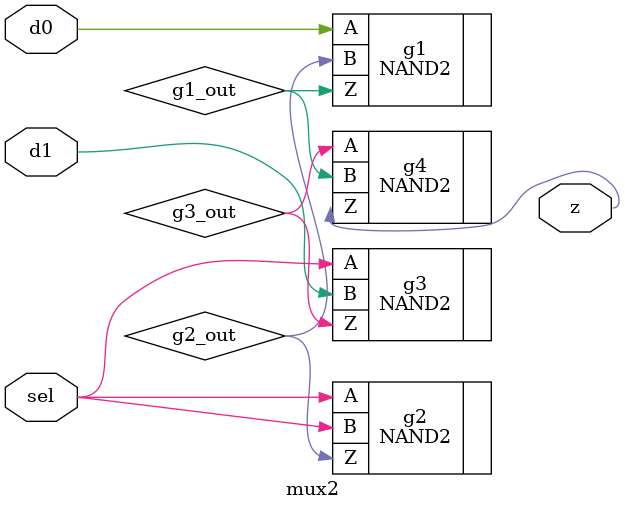
<source format=sv>
module mux2 (
    input logic d0,          // Data input 0
    input logic d1,          // Data input 1
    input logic sel,         // Select input
    output logic z           // Output
);

// Put your code here
// ------------------

logic g1_out; 
logic g2_out; 
logic g3_out; 

NAND2#(.Tpdhl(1),.Tpdlh(1))
	g1(.A(d0),.B(g2_out),.Z(g1_out));

NAND2#(.Tpdhl(1),.Tpdlh(1))
	g2(.A(sel),.B(sel),.Z(g2_out));

NAND2#(.Tpdhl(1),.Tpdlh(1))
	g3(.A(sel),.B(d1),.Z(g3_out));

NAND2#(.Tpdhl(1),.Tpdlh(1))
	g4(.A(g3_out),.B(g1_out),.Z(z));


// End of your code

endmodule

</source>
